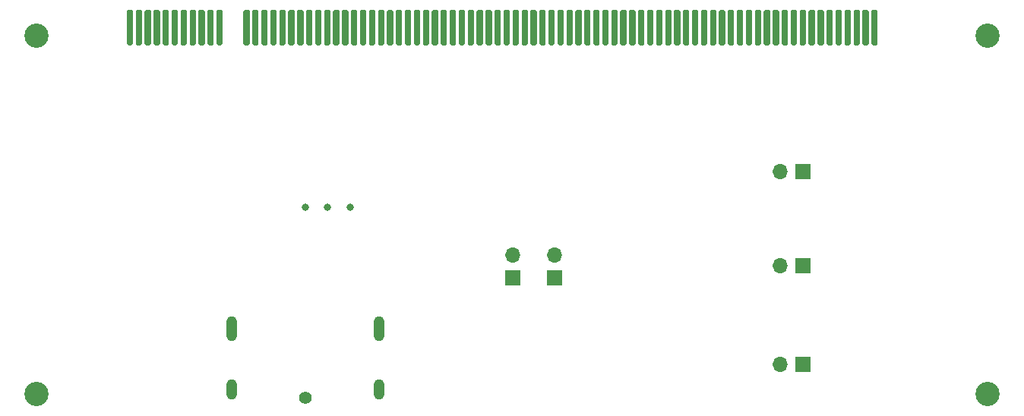
<source format=gbr>
G04 #@! TF.GenerationSoftware,KiCad,Pcbnew,(5.99.0-2858-ga3fc028c9b)*
G04 #@! TF.CreationDate,2020-08-26T16:16:25+02:00*
G04 #@! TF.ProjectId,EDSCH0002-V2-A,45445343-4830-4303-9032-2d56322d412e,V2.0*
G04 #@! TF.SameCoordinates,PX3235458PY54a6c6c*
G04 #@! TF.FileFunction,Soldermask,Bot*
G04 #@! TF.FilePolarity,Negative*
%FSLAX46Y46*%
G04 Gerber Fmt 4.6, Leading zero omitted, Abs format (unit mm)*
G04 Created by KiCad (PCBNEW (5.99.0-2858-ga3fc028c9b)) date 2020-08-26 16:16:25*
%MOMM*%
%LPD*%
G01*
G04 APERTURE LIST*
%ADD10R,1.700000X1.700000*%
%ADD11O,1.700000X1.700000*%
%ADD12C,0.800000*%
%ADD13C,1.400000*%
%ADD14O,1.200000X2.800000*%
%ADD15O,1.200000X2.300000*%
%ADD16C,2.700000*%
G04 APERTURE END LIST*
G36*
G01*
X14058000Y43051000D02*
X14058000Y46701000D01*
G75*
G02*
X14233000Y46876000I175000J0D01*
G01*
X14583000Y46876000D01*
G75*
G02*
X14758000Y46701000I0J-175000D01*
G01*
X14758000Y43051000D01*
G75*
G02*
X14583000Y42876000I-175000J0D01*
G01*
X14233000Y42876000D01*
G75*
G02*
X14058000Y43051000I0J175000D01*
G01*
G37*
G36*
G01*
X15058000Y43051000D02*
X15058000Y46701000D01*
G75*
G02*
X15233000Y46876000I175000J0D01*
G01*
X15583000Y46876000D01*
G75*
G02*
X15758000Y46701000I0J-175000D01*
G01*
X15758000Y43051000D01*
G75*
G02*
X15583000Y42876000I-175000J0D01*
G01*
X15233000Y42876000D01*
G75*
G02*
X15058000Y43051000I0J175000D01*
G01*
G37*
G36*
G01*
X16058000Y43051000D02*
X16058000Y46701000D01*
G75*
G02*
X16233000Y46876000I175000J0D01*
G01*
X16583000Y46876000D01*
G75*
G02*
X16758000Y46701000I0J-175000D01*
G01*
X16758000Y43051000D01*
G75*
G02*
X16583000Y42876000I-175000J0D01*
G01*
X16233000Y42876000D01*
G75*
G02*
X16058000Y43051000I0J175000D01*
G01*
G37*
G36*
G01*
X17058000Y43051000D02*
X17058000Y46701000D01*
G75*
G02*
X17233000Y46876000I175000J0D01*
G01*
X17583000Y46876000D01*
G75*
G02*
X17758000Y46701000I0J-175000D01*
G01*
X17758000Y43051000D01*
G75*
G02*
X17583000Y42876000I-175000J0D01*
G01*
X17233000Y42876000D01*
G75*
G02*
X17058000Y43051000I0J175000D01*
G01*
G37*
G36*
G01*
X18058000Y43051000D02*
X18058000Y46701000D01*
G75*
G02*
X18233000Y46876000I175000J0D01*
G01*
X18583000Y46876000D01*
G75*
G02*
X18758000Y46701000I0J-175000D01*
G01*
X18758000Y43051000D01*
G75*
G02*
X18583000Y42876000I-175000J0D01*
G01*
X18233000Y42876000D01*
G75*
G02*
X18058000Y43051000I0J175000D01*
G01*
G37*
G36*
G01*
X19058000Y43051000D02*
X19058000Y46701000D01*
G75*
G02*
X19233000Y46876000I175000J0D01*
G01*
X19583000Y46876000D01*
G75*
G02*
X19758000Y46701000I0J-175000D01*
G01*
X19758000Y43051000D01*
G75*
G02*
X19583000Y42876000I-175000J0D01*
G01*
X19233000Y42876000D01*
G75*
G02*
X19058000Y43051000I0J175000D01*
G01*
G37*
G36*
G01*
X20058000Y43051000D02*
X20058000Y46701000D01*
G75*
G02*
X20233000Y46876000I175000J0D01*
G01*
X20583000Y46876000D01*
G75*
G02*
X20758000Y46701000I0J-175000D01*
G01*
X20758000Y43051000D01*
G75*
G02*
X20583000Y42876000I-175000J0D01*
G01*
X20233000Y42876000D01*
G75*
G02*
X20058000Y43051000I0J175000D01*
G01*
G37*
G36*
G01*
X21058000Y43051000D02*
X21058000Y46701000D01*
G75*
G02*
X21233000Y46876000I175000J0D01*
G01*
X21583000Y46876000D01*
G75*
G02*
X21758000Y46701000I0J-175000D01*
G01*
X21758000Y43051000D01*
G75*
G02*
X21583000Y42876000I-175000J0D01*
G01*
X21233000Y42876000D01*
G75*
G02*
X21058000Y43051000I0J175000D01*
G01*
G37*
G36*
G01*
X22058000Y43051000D02*
X22058000Y46701000D01*
G75*
G02*
X22233000Y46876000I175000J0D01*
G01*
X22583000Y46876000D01*
G75*
G02*
X22758000Y46701000I0J-175000D01*
G01*
X22758000Y43051000D01*
G75*
G02*
X22583000Y42876000I-175000J0D01*
G01*
X22233000Y42876000D01*
G75*
G02*
X22058000Y43051000I0J175000D01*
G01*
G37*
G36*
G01*
X23058000Y43051000D02*
X23058000Y46701000D01*
G75*
G02*
X23233000Y46876000I175000J0D01*
G01*
X23583000Y46876000D01*
G75*
G02*
X23758000Y46701000I0J-175000D01*
G01*
X23758000Y43051000D01*
G75*
G02*
X23583000Y42876000I-175000J0D01*
G01*
X23233000Y42876000D01*
G75*
G02*
X23058000Y43051000I0J175000D01*
G01*
G37*
G36*
G01*
X24058000Y43051000D02*
X24058000Y46701000D01*
G75*
G02*
X24233000Y46876000I175000J0D01*
G01*
X24583000Y46876000D01*
G75*
G02*
X24758000Y46701000I0J-175000D01*
G01*
X24758000Y43051000D01*
G75*
G02*
X24583000Y42876000I-175000J0D01*
G01*
X24233000Y42876000D01*
G75*
G02*
X24058000Y43051000I0J175000D01*
G01*
G37*
G36*
G01*
X27058000Y43051000D02*
X27058000Y46701000D01*
G75*
G02*
X27233000Y46876000I175000J0D01*
G01*
X27583000Y46876000D01*
G75*
G02*
X27758000Y46701000I0J-175000D01*
G01*
X27758000Y43051000D01*
G75*
G02*
X27583000Y42876000I-175000J0D01*
G01*
X27233000Y42876000D01*
G75*
G02*
X27058000Y43051000I0J175000D01*
G01*
G37*
G36*
G01*
X28058000Y43051000D02*
X28058000Y46701000D01*
G75*
G02*
X28233000Y46876000I175000J0D01*
G01*
X28583000Y46876000D01*
G75*
G02*
X28758000Y46701000I0J-175000D01*
G01*
X28758000Y43051000D01*
G75*
G02*
X28583000Y42876000I-175000J0D01*
G01*
X28233000Y42876000D01*
G75*
G02*
X28058000Y43051000I0J175000D01*
G01*
G37*
G36*
G01*
X29058000Y43051000D02*
X29058000Y46701000D01*
G75*
G02*
X29233000Y46876000I175000J0D01*
G01*
X29583000Y46876000D01*
G75*
G02*
X29758000Y46701000I0J-175000D01*
G01*
X29758000Y43051000D01*
G75*
G02*
X29583000Y42876000I-175000J0D01*
G01*
X29233000Y42876000D01*
G75*
G02*
X29058000Y43051000I0J175000D01*
G01*
G37*
G36*
G01*
X30058000Y43051000D02*
X30058000Y46701000D01*
G75*
G02*
X30233000Y46876000I175000J0D01*
G01*
X30583000Y46876000D01*
G75*
G02*
X30758000Y46701000I0J-175000D01*
G01*
X30758000Y43051000D01*
G75*
G02*
X30583000Y42876000I-175000J0D01*
G01*
X30233000Y42876000D01*
G75*
G02*
X30058000Y43051000I0J175000D01*
G01*
G37*
G36*
G01*
X31058000Y43051000D02*
X31058000Y46701000D01*
G75*
G02*
X31233000Y46876000I175000J0D01*
G01*
X31583000Y46876000D01*
G75*
G02*
X31758000Y46701000I0J-175000D01*
G01*
X31758000Y43051000D01*
G75*
G02*
X31583000Y42876000I-175000J0D01*
G01*
X31233000Y42876000D01*
G75*
G02*
X31058000Y43051000I0J175000D01*
G01*
G37*
G36*
G01*
X32058000Y43051000D02*
X32058000Y46701000D01*
G75*
G02*
X32233000Y46876000I175000J0D01*
G01*
X32583000Y46876000D01*
G75*
G02*
X32758000Y46701000I0J-175000D01*
G01*
X32758000Y43051000D01*
G75*
G02*
X32583000Y42876000I-175000J0D01*
G01*
X32233000Y42876000D01*
G75*
G02*
X32058000Y43051000I0J175000D01*
G01*
G37*
G36*
G01*
X33058000Y43051000D02*
X33058000Y46701000D01*
G75*
G02*
X33233000Y46876000I175000J0D01*
G01*
X33583000Y46876000D01*
G75*
G02*
X33758000Y46701000I0J-175000D01*
G01*
X33758000Y43051000D01*
G75*
G02*
X33583000Y42876000I-175000J0D01*
G01*
X33233000Y42876000D01*
G75*
G02*
X33058000Y43051000I0J175000D01*
G01*
G37*
G36*
G01*
X34058000Y43051000D02*
X34058000Y46701000D01*
G75*
G02*
X34233000Y46876000I175000J0D01*
G01*
X34583000Y46876000D01*
G75*
G02*
X34758000Y46701000I0J-175000D01*
G01*
X34758000Y43051000D01*
G75*
G02*
X34583000Y42876000I-175000J0D01*
G01*
X34233000Y42876000D01*
G75*
G02*
X34058000Y43051000I0J175000D01*
G01*
G37*
G36*
G01*
X35058000Y43051000D02*
X35058000Y46701000D01*
G75*
G02*
X35233000Y46876000I175000J0D01*
G01*
X35583000Y46876000D01*
G75*
G02*
X35758000Y46701000I0J-175000D01*
G01*
X35758000Y43051000D01*
G75*
G02*
X35583000Y42876000I-175000J0D01*
G01*
X35233000Y42876000D01*
G75*
G02*
X35058000Y43051000I0J175000D01*
G01*
G37*
G36*
G01*
X36058000Y43051000D02*
X36058000Y46701000D01*
G75*
G02*
X36233000Y46876000I175000J0D01*
G01*
X36583000Y46876000D01*
G75*
G02*
X36758000Y46701000I0J-175000D01*
G01*
X36758000Y43051000D01*
G75*
G02*
X36583000Y42876000I-175000J0D01*
G01*
X36233000Y42876000D01*
G75*
G02*
X36058000Y43051000I0J175000D01*
G01*
G37*
G36*
G01*
X37058000Y43051000D02*
X37058000Y46701000D01*
G75*
G02*
X37233000Y46876000I175000J0D01*
G01*
X37583000Y46876000D01*
G75*
G02*
X37758000Y46701000I0J-175000D01*
G01*
X37758000Y43051000D01*
G75*
G02*
X37583000Y42876000I-175000J0D01*
G01*
X37233000Y42876000D01*
G75*
G02*
X37058000Y43051000I0J175000D01*
G01*
G37*
G36*
G01*
X38058000Y43051000D02*
X38058000Y46701000D01*
G75*
G02*
X38233000Y46876000I175000J0D01*
G01*
X38583000Y46876000D01*
G75*
G02*
X38758000Y46701000I0J-175000D01*
G01*
X38758000Y43051000D01*
G75*
G02*
X38583000Y42876000I-175000J0D01*
G01*
X38233000Y42876000D01*
G75*
G02*
X38058000Y43051000I0J175000D01*
G01*
G37*
G36*
G01*
X39058000Y43051000D02*
X39058000Y46701000D01*
G75*
G02*
X39233000Y46876000I175000J0D01*
G01*
X39583000Y46876000D01*
G75*
G02*
X39758000Y46701000I0J-175000D01*
G01*
X39758000Y43051000D01*
G75*
G02*
X39583000Y42876000I-175000J0D01*
G01*
X39233000Y42876000D01*
G75*
G02*
X39058000Y43051000I0J175000D01*
G01*
G37*
G36*
G01*
X40058000Y43051000D02*
X40058000Y46701000D01*
G75*
G02*
X40233000Y46876000I175000J0D01*
G01*
X40583000Y46876000D01*
G75*
G02*
X40758000Y46701000I0J-175000D01*
G01*
X40758000Y43051000D01*
G75*
G02*
X40583000Y42876000I-175000J0D01*
G01*
X40233000Y42876000D01*
G75*
G02*
X40058000Y43051000I0J175000D01*
G01*
G37*
G36*
G01*
X41058000Y43051000D02*
X41058000Y46701000D01*
G75*
G02*
X41233000Y46876000I175000J0D01*
G01*
X41583000Y46876000D01*
G75*
G02*
X41758000Y46701000I0J-175000D01*
G01*
X41758000Y43051000D01*
G75*
G02*
X41583000Y42876000I-175000J0D01*
G01*
X41233000Y42876000D01*
G75*
G02*
X41058000Y43051000I0J175000D01*
G01*
G37*
G36*
G01*
X42058000Y43051000D02*
X42058000Y46701000D01*
G75*
G02*
X42233000Y46876000I175000J0D01*
G01*
X42583000Y46876000D01*
G75*
G02*
X42758000Y46701000I0J-175000D01*
G01*
X42758000Y43051000D01*
G75*
G02*
X42583000Y42876000I-175000J0D01*
G01*
X42233000Y42876000D01*
G75*
G02*
X42058000Y43051000I0J175000D01*
G01*
G37*
G36*
G01*
X43058000Y43051000D02*
X43058000Y46701000D01*
G75*
G02*
X43233000Y46876000I175000J0D01*
G01*
X43583000Y46876000D01*
G75*
G02*
X43758000Y46701000I0J-175000D01*
G01*
X43758000Y43051000D01*
G75*
G02*
X43583000Y42876000I-175000J0D01*
G01*
X43233000Y42876000D01*
G75*
G02*
X43058000Y43051000I0J175000D01*
G01*
G37*
G36*
G01*
X44058000Y43051000D02*
X44058000Y46701000D01*
G75*
G02*
X44233000Y46876000I175000J0D01*
G01*
X44583000Y46876000D01*
G75*
G02*
X44758000Y46701000I0J-175000D01*
G01*
X44758000Y43051000D01*
G75*
G02*
X44583000Y42876000I-175000J0D01*
G01*
X44233000Y42876000D01*
G75*
G02*
X44058000Y43051000I0J175000D01*
G01*
G37*
G36*
G01*
X45058000Y43051000D02*
X45058000Y46701000D01*
G75*
G02*
X45233000Y46876000I175000J0D01*
G01*
X45583000Y46876000D01*
G75*
G02*
X45758000Y46701000I0J-175000D01*
G01*
X45758000Y43051000D01*
G75*
G02*
X45583000Y42876000I-175000J0D01*
G01*
X45233000Y42876000D01*
G75*
G02*
X45058000Y43051000I0J175000D01*
G01*
G37*
G36*
G01*
X46058000Y43051000D02*
X46058000Y46701000D01*
G75*
G02*
X46233000Y46876000I175000J0D01*
G01*
X46583000Y46876000D01*
G75*
G02*
X46758000Y46701000I0J-175000D01*
G01*
X46758000Y43051000D01*
G75*
G02*
X46583000Y42876000I-175000J0D01*
G01*
X46233000Y42876000D01*
G75*
G02*
X46058000Y43051000I0J175000D01*
G01*
G37*
G36*
G01*
X47058000Y43051000D02*
X47058000Y46701000D01*
G75*
G02*
X47233000Y46876000I175000J0D01*
G01*
X47583000Y46876000D01*
G75*
G02*
X47758000Y46701000I0J-175000D01*
G01*
X47758000Y43051000D01*
G75*
G02*
X47583000Y42876000I-175000J0D01*
G01*
X47233000Y42876000D01*
G75*
G02*
X47058000Y43051000I0J175000D01*
G01*
G37*
G36*
G01*
X48058000Y43051000D02*
X48058000Y46701000D01*
G75*
G02*
X48233000Y46876000I175000J0D01*
G01*
X48583000Y46876000D01*
G75*
G02*
X48758000Y46701000I0J-175000D01*
G01*
X48758000Y43051000D01*
G75*
G02*
X48583000Y42876000I-175000J0D01*
G01*
X48233000Y42876000D01*
G75*
G02*
X48058000Y43051000I0J175000D01*
G01*
G37*
G36*
G01*
X49058000Y43051000D02*
X49058000Y46701000D01*
G75*
G02*
X49233000Y46876000I175000J0D01*
G01*
X49583000Y46876000D01*
G75*
G02*
X49758000Y46701000I0J-175000D01*
G01*
X49758000Y43051000D01*
G75*
G02*
X49583000Y42876000I-175000J0D01*
G01*
X49233000Y42876000D01*
G75*
G02*
X49058000Y43051000I0J175000D01*
G01*
G37*
G36*
G01*
X50058000Y43051000D02*
X50058000Y46701000D01*
G75*
G02*
X50233000Y46876000I175000J0D01*
G01*
X50583000Y46876000D01*
G75*
G02*
X50758000Y46701000I0J-175000D01*
G01*
X50758000Y43051000D01*
G75*
G02*
X50583000Y42876000I-175000J0D01*
G01*
X50233000Y42876000D01*
G75*
G02*
X50058000Y43051000I0J175000D01*
G01*
G37*
G36*
G01*
X51058000Y43051000D02*
X51058000Y46701000D01*
G75*
G02*
X51233000Y46876000I175000J0D01*
G01*
X51583000Y46876000D01*
G75*
G02*
X51758000Y46701000I0J-175000D01*
G01*
X51758000Y43051000D01*
G75*
G02*
X51583000Y42876000I-175000J0D01*
G01*
X51233000Y42876000D01*
G75*
G02*
X51058000Y43051000I0J175000D01*
G01*
G37*
G36*
G01*
X52058000Y43051000D02*
X52058000Y46701000D01*
G75*
G02*
X52233000Y46876000I175000J0D01*
G01*
X52583000Y46876000D01*
G75*
G02*
X52758000Y46701000I0J-175000D01*
G01*
X52758000Y43051000D01*
G75*
G02*
X52583000Y42876000I-175000J0D01*
G01*
X52233000Y42876000D01*
G75*
G02*
X52058000Y43051000I0J175000D01*
G01*
G37*
G36*
G01*
X53058000Y43051000D02*
X53058000Y46701000D01*
G75*
G02*
X53233000Y46876000I175000J0D01*
G01*
X53583000Y46876000D01*
G75*
G02*
X53758000Y46701000I0J-175000D01*
G01*
X53758000Y43051000D01*
G75*
G02*
X53583000Y42876000I-175000J0D01*
G01*
X53233000Y42876000D01*
G75*
G02*
X53058000Y43051000I0J175000D01*
G01*
G37*
G36*
G01*
X54058000Y43051000D02*
X54058000Y46701000D01*
G75*
G02*
X54233000Y46876000I175000J0D01*
G01*
X54583000Y46876000D01*
G75*
G02*
X54758000Y46701000I0J-175000D01*
G01*
X54758000Y43051000D01*
G75*
G02*
X54583000Y42876000I-175000J0D01*
G01*
X54233000Y42876000D01*
G75*
G02*
X54058000Y43051000I0J175000D01*
G01*
G37*
G36*
G01*
X55058000Y43051000D02*
X55058000Y46701000D01*
G75*
G02*
X55233000Y46876000I175000J0D01*
G01*
X55583000Y46876000D01*
G75*
G02*
X55758000Y46701000I0J-175000D01*
G01*
X55758000Y43051000D01*
G75*
G02*
X55583000Y42876000I-175000J0D01*
G01*
X55233000Y42876000D01*
G75*
G02*
X55058000Y43051000I0J175000D01*
G01*
G37*
G36*
G01*
X56058000Y43051000D02*
X56058000Y46701000D01*
G75*
G02*
X56233000Y46876000I175000J0D01*
G01*
X56583000Y46876000D01*
G75*
G02*
X56758000Y46701000I0J-175000D01*
G01*
X56758000Y43051000D01*
G75*
G02*
X56583000Y42876000I-175000J0D01*
G01*
X56233000Y42876000D01*
G75*
G02*
X56058000Y43051000I0J175000D01*
G01*
G37*
G36*
G01*
X57058000Y43051000D02*
X57058000Y46701000D01*
G75*
G02*
X57233000Y46876000I175000J0D01*
G01*
X57583000Y46876000D01*
G75*
G02*
X57758000Y46701000I0J-175000D01*
G01*
X57758000Y43051000D01*
G75*
G02*
X57583000Y42876000I-175000J0D01*
G01*
X57233000Y42876000D01*
G75*
G02*
X57058000Y43051000I0J175000D01*
G01*
G37*
G36*
G01*
X58058000Y43051000D02*
X58058000Y46701000D01*
G75*
G02*
X58233000Y46876000I175000J0D01*
G01*
X58583000Y46876000D01*
G75*
G02*
X58758000Y46701000I0J-175000D01*
G01*
X58758000Y43051000D01*
G75*
G02*
X58583000Y42876000I-175000J0D01*
G01*
X58233000Y42876000D01*
G75*
G02*
X58058000Y43051000I0J175000D01*
G01*
G37*
G36*
G01*
X59058000Y43051000D02*
X59058000Y46701000D01*
G75*
G02*
X59233000Y46876000I175000J0D01*
G01*
X59583000Y46876000D01*
G75*
G02*
X59758000Y46701000I0J-175000D01*
G01*
X59758000Y43051000D01*
G75*
G02*
X59583000Y42876000I-175000J0D01*
G01*
X59233000Y42876000D01*
G75*
G02*
X59058000Y43051000I0J175000D01*
G01*
G37*
G36*
G01*
X60058000Y43051000D02*
X60058000Y46701000D01*
G75*
G02*
X60233000Y46876000I175000J0D01*
G01*
X60583000Y46876000D01*
G75*
G02*
X60758000Y46701000I0J-175000D01*
G01*
X60758000Y43051000D01*
G75*
G02*
X60583000Y42876000I-175000J0D01*
G01*
X60233000Y42876000D01*
G75*
G02*
X60058000Y43051000I0J175000D01*
G01*
G37*
G36*
G01*
X61058000Y43051000D02*
X61058000Y46701000D01*
G75*
G02*
X61233000Y46876000I175000J0D01*
G01*
X61583000Y46876000D01*
G75*
G02*
X61758000Y46701000I0J-175000D01*
G01*
X61758000Y43051000D01*
G75*
G02*
X61583000Y42876000I-175000J0D01*
G01*
X61233000Y42876000D01*
G75*
G02*
X61058000Y43051000I0J175000D01*
G01*
G37*
G36*
G01*
X62058000Y43051000D02*
X62058000Y46701000D01*
G75*
G02*
X62233000Y46876000I175000J0D01*
G01*
X62583000Y46876000D01*
G75*
G02*
X62758000Y46701000I0J-175000D01*
G01*
X62758000Y43051000D01*
G75*
G02*
X62583000Y42876000I-175000J0D01*
G01*
X62233000Y42876000D01*
G75*
G02*
X62058000Y43051000I0J175000D01*
G01*
G37*
G36*
G01*
X63058000Y43051000D02*
X63058000Y46701000D01*
G75*
G02*
X63233000Y46876000I175000J0D01*
G01*
X63583000Y46876000D01*
G75*
G02*
X63758000Y46701000I0J-175000D01*
G01*
X63758000Y43051000D01*
G75*
G02*
X63583000Y42876000I-175000J0D01*
G01*
X63233000Y42876000D01*
G75*
G02*
X63058000Y43051000I0J175000D01*
G01*
G37*
G36*
G01*
X64058000Y43051000D02*
X64058000Y46701000D01*
G75*
G02*
X64233000Y46876000I175000J0D01*
G01*
X64583000Y46876000D01*
G75*
G02*
X64758000Y46701000I0J-175000D01*
G01*
X64758000Y43051000D01*
G75*
G02*
X64583000Y42876000I-175000J0D01*
G01*
X64233000Y42876000D01*
G75*
G02*
X64058000Y43051000I0J175000D01*
G01*
G37*
G36*
G01*
X65058000Y43051000D02*
X65058000Y46701000D01*
G75*
G02*
X65233000Y46876000I175000J0D01*
G01*
X65583000Y46876000D01*
G75*
G02*
X65758000Y46701000I0J-175000D01*
G01*
X65758000Y43051000D01*
G75*
G02*
X65583000Y42876000I-175000J0D01*
G01*
X65233000Y42876000D01*
G75*
G02*
X65058000Y43051000I0J175000D01*
G01*
G37*
G36*
G01*
X66058000Y43051000D02*
X66058000Y46701000D01*
G75*
G02*
X66233000Y46876000I175000J0D01*
G01*
X66583000Y46876000D01*
G75*
G02*
X66758000Y46701000I0J-175000D01*
G01*
X66758000Y43051000D01*
G75*
G02*
X66583000Y42876000I-175000J0D01*
G01*
X66233000Y42876000D01*
G75*
G02*
X66058000Y43051000I0J175000D01*
G01*
G37*
G36*
G01*
X67058000Y43051000D02*
X67058000Y46701000D01*
G75*
G02*
X67233000Y46876000I175000J0D01*
G01*
X67583000Y46876000D01*
G75*
G02*
X67758000Y46701000I0J-175000D01*
G01*
X67758000Y43051000D01*
G75*
G02*
X67583000Y42876000I-175000J0D01*
G01*
X67233000Y42876000D01*
G75*
G02*
X67058000Y43051000I0J175000D01*
G01*
G37*
G36*
G01*
X68058000Y43051000D02*
X68058000Y46701000D01*
G75*
G02*
X68233000Y46876000I175000J0D01*
G01*
X68583000Y46876000D01*
G75*
G02*
X68758000Y46701000I0J-175000D01*
G01*
X68758000Y43051000D01*
G75*
G02*
X68583000Y42876000I-175000J0D01*
G01*
X68233000Y42876000D01*
G75*
G02*
X68058000Y43051000I0J175000D01*
G01*
G37*
G36*
G01*
X69058000Y43051000D02*
X69058000Y46701000D01*
G75*
G02*
X69233000Y46876000I175000J0D01*
G01*
X69583000Y46876000D01*
G75*
G02*
X69758000Y46701000I0J-175000D01*
G01*
X69758000Y43051000D01*
G75*
G02*
X69583000Y42876000I-175000J0D01*
G01*
X69233000Y42876000D01*
G75*
G02*
X69058000Y43051000I0J175000D01*
G01*
G37*
G36*
G01*
X70058000Y43051000D02*
X70058000Y46701000D01*
G75*
G02*
X70233000Y46876000I175000J0D01*
G01*
X70583000Y46876000D01*
G75*
G02*
X70758000Y46701000I0J-175000D01*
G01*
X70758000Y43051000D01*
G75*
G02*
X70583000Y42876000I-175000J0D01*
G01*
X70233000Y42876000D01*
G75*
G02*
X70058000Y43051000I0J175000D01*
G01*
G37*
G36*
G01*
X71058000Y43051000D02*
X71058000Y46701000D01*
G75*
G02*
X71233000Y46876000I175000J0D01*
G01*
X71583000Y46876000D01*
G75*
G02*
X71758000Y46701000I0J-175000D01*
G01*
X71758000Y43051000D01*
G75*
G02*
X71583000Y42876000I-175000J0D01*
G01*
X71233000Y42876000D01*
G75*
G02*
X71058000Y43051000I0J175000D01*
G01*
G37*
G36*
G01*
X72058000Y43051000D02*
X72058000Y46701000D01*
G75*
G02*
X72233000Y46876000I175000J0D01*
G01*
X72583000Y46876000D01*
G75*
G02*
X72758000Y46701000I0J-175000D01*
G01*
X72758000Y43051000D01*
G75*
G02*
X72583000Y42876000I-175000J0D01*
G01*
X72233000Y42876000D01*
G75*
G02*
X72058000Y43051000I0J175000D01*
G01*
G37*
G36*
G01*
X73058000Y43051000D02*
X73058000Y46701000D01*
G75*
G02*
X73233000Y46876000I175000J0D01*
G01*
X73583000Y46876000D01*
G75*
G02*
X73758000Y46701000I0J-175000D01*
G01*
X73758000Y43051000D01*
G75*
G02*
X73583000Y42876000I-175000J0D01*
G01*
X73233000Y42876000D01*
G75*
G02*
X73058000Y43051000I0J175000D01*
G01*
G37*
G36*
G01*
X74058000Y43051000D02*
X74058000Y46701000D01*
G75*
G02*
X74233000Y46876000I175000J0D01*
G01*
X74583000Y46876000D01*
G75*
G02*
X74758000Y46701000I0J-175000D01*
G01*
X74758000Y43051000D01*
G75*
G02*
X74583000Y42876000I-175000J0D01*
G01*
X74233000Y42876000D01*
G75*
G02*
X74058000Y43051000I0J175000D01*
G01*
G37*
G36*
G01*
X75058000Y43051000D02*
X75058000Y46701000D01*
G75*
G02*
X75233000Y46876000I175000J0D01*
G01*
X75583000Y46876000D01*
G75*
G02*
X75758000Y46701000I0J-175000D01*
G01*
X75758000Y43051000D01*
G75*
G02*
X75583000Y42876000I-175000J0D01*
G01*
X75233000Y42876000D01*
G75*
G02*
X75058000Y43051000I0J175000D01*
G01*
G37*
G36*
G01*
X76058000Y43051000D02*
X76058000Y46701000D01*
G75*
G02*
X76233000Y46876000I175000J0D01*
G01*
X76583000Y46876000D01*
G75*
G02*
X76758000Y46701000I0J-175000D01*
G01*
X76758000Y43051000D01*
G75*
G02*
X76583000Y42876000I-175000J0D01*
G01*
X76233000Y42876000D01*
G75*
G02*
X76058000Y43051000I0J175000D01*
G01*
G37*
G36*
G01*
X77058000Y43051000D02*
X77058000Y46701000D01*
G75*
G02*
X77233000Y46876000I175000J0D01*
G01*
X77583000Y46876000D01*
G75*
G02*
X77758000Y46701000I0J-175000D01*
G01*
X77758000Y43051000D01*
G75*
G02*
X77583000Y42876000I-175000J0D01*
G01*
X77233000Y42876000D01*
G75*
G02*
X77058000Y43051000I0J175000D01*
G01*
G37*
G36*
G01*
X78058000Y43051000D02*
X78058000Y46701000D01*
G75*
G02*
X78233000Y46876000I175000J0D01*
G01*
X78583000Y46876000D01*
G75*
G02*
X78758000Y46701000I0J-175000D01*
G01*
X78758000Y43051000D01*
G75*
G02*
X78583000Y42876000I-175000J0D01*
G01*
X78233000Y42876000D01*
G75*
G02*
X78058000Y43051000I0J175000D01*
G01*
G37*
G36*
G01*
X79058000Y43051000D02*
X79058000Y46701000D01*
G75*
G02*
X79233000Y46876000I175000J0D01*
G01*
X79583000Y46876000D01*
G75*
G02*
X79758000Y46701000I0J-175000D01*
G01*
X79758000Y43051000D01*
G75*
G02*
X79583000Y42876000I-175000J0D01*
G01*
X79233000Y42876000D01*
G75*
G02*
X79058000Y43051000I0J175000D01*
G01*
G37*
G36*
G01*
X80058000Y43051000D02*
X80058000Y46701000D01*
G75*
G02*
X80233000Y46876000I175000J0D01*
G01*
X80583000Y46876000D01*
G75*
G02*
X80758000Y46701000I0J-175000D01*
G01*
X80758000Y43051000D01*
G75*
G02*
X80583000Y42876000I-175000J0D01*
G01*
X80233000Y42876000D01*
G75*
G02*
X80058000Y43051000I0J175000D01*
G01*
G37*
G36*
G01*
X81058000Y43051000D02*
X81058000Y46701000D01*
G75*
G02*
X81233000Y46876000I175000J0D01*
G01*
X81583000Y46876000D01*
G75*
G02*
X81758000Y46701000I0J-175000D01*
G01*
X81758000Y43051000D01*
G75*
G02*
X81583000Y42876000I-175000J0D01*
G01*
X81233000Y42876000D01*
G75*
G02*
X81058000Y43051000I0J175000D01*
G01*
G37*
G36*
G01*
X82058000Y43051000D02*
X82058000Y46701000D01*
G75*
G02*
X82233000Y46876000I175000J0D01*
G01*
X82583000Y46876000D01*
G75*
G02*
X82758000Y46701000I0J-175000D01*
G01*
X82758000Y43051000D01*
G75*
G02*
X82583000Y42876000I-175000J0D01*
G01*
X82233000Y42876000D01*
G75*
G02*
X82058000Y43051000I0J175000D01*
G01*
G37*
G36*
G01*
X83058000Y43051000D02*
X83058000Y46701000D01*
G75*
G02*
X83233000Y46876000I175000J0D01*
G01*
X83583000Y46876000D01*
G75*
G02*
X83758000Y46701000I0J-175000D01*
G01*
X83758000Y43051000D01*
G75*
G02*
X83583000Y42876000I-175000J0D01*
G01*
X83233000Y42876000D01*
G75*
G02*
X83058000Y43051000I0J175000D01*
G01*
G37*
G36*
G01*
X84058000Y43051000D02*
X84058000Y46701000D01*
G75*
G02*
X84233000Y46876000I175000J0D01*
G01*
X84583000Y46876000D01*
G75*
G02*
X84758000Y46701000I0J-175000D01*
G01*
X84758000Y43051000D01*
G75*
G02*
X84583000Y42876000I-175000J0D01*
G01*
X84233000Y42876000D01*
G75*
G02*
X84058000Y43051000I0J175000D01*
G01*
G37*
G36*
G01*
X85058000Y43051000D02*
X85058000Y46701000D01*
G75*
G02*
X85233000Y46876000I175000J0D01*
G01*
X85583000Y46876000D01*
G75*
G02*
X85758000Y46701000I0J-175000D01*
G01*
X85758000Y43051000D01*
G75*
G02*
X85583000Y42876000I-175000J0D01*
G01*
X85233000Y42876000D01*
G75*
G02*
X85058000Y43051000I0J175000D01*
G01*
G37*
G36*
G01*
X86058000Y43051000D02*
X86058000Y46701000D01*
G75*
G02*
X86233000Y46876000I175000J0D01*
G01*
X86583000Y46876000D01*
G75*
G02*
X86758000Y46701000I0J-175000D01*
G01*
X86758000Y43051000D01*
G75*
G02*
X86583000Y42876000I-175000J0D01*
G01*
X86233000Y42876000D01*
G75*
G02*
X86058000Y43051000I0J175000D01*
G01*
G37*
G36*
G01*
X87058000Y43051000D02*
X87058000Y46701000D01*
G75*
G02*
X87233000Y46876000I175000J0D01*
G01*
X87583000Y46876000D01*
G75*
G02*
X87758000Y46701000I0J-175000D01*
G01*
X87758000Y43051000D01*
G75*
G02*
X87583000Y42876000I-175000J0D01*
G01*
X87233000Y42876000D01*
G75*
G02*
X87058000Y43051000I0J175000D01*
G01*
G37*
G36*
G01*
X88058000Y43051000D02*
X88058000Y46701000D01*
G75*
G02*
X88233000Y46876000I175000J0D01*
G01*
X88583000Y46876000D01*
G75*
G02*
X88758000Y46701000I0J-175000D01*
G01*
X88758000Y43051000D01*
G75*
G02*
X88583000Y42876000I-175000J0D01*
G01*
X88233000Y42876000D01*
G75*
G02*
X88058000Y43051000I0J175000D01*
G01*
G37*
G36*
G01*
X89058000Y43051000D02*
X89058000Y46701000D01*
G75*
G02*
X89233000Y46876000I175000J0D01*
G01*
X89583000Y46876000D01*
G75*
G02*
X89758000Y46701000I0J-175000D01*
G01*
X89758000Y43051000D01*
G75*
G02*
X89583000Y42876000I-175000J0D01*
G01*
X89233000Y42876000D01*
G75*
G02*
X89058000Y43051000I0J175000D01*
G01*
G37*
G36*
G01*
X90058000Y43051000D02*
X90058000Y46701000D01*
G75*
G02*
X90233000Y46876000I175000J0D01*
G01*
X90583000Y46876000D01*
G75*
G02*
X90758000Y46701000I0J-175000D01*
G01*
X90758000Y43051000D01*
G75*
G02*
X90583000Y42876000I-175000J0D01*
G01*
X90233000Y42876000D01*
G75*
G02*
X90058000Y43051000I0J175000D01*
G01*
G37*
G36*
G01*
X91058000Y43051000D02*
X91058000Y46701000D01*
G75*
G02*
X91233000Y46876000I175000J0D01*
G01*
X91583000Y46876000D01*
G75*
G02*
X91758000Y46701000I0J-175000D01*
G01*
X91758000Y43051000D01*
G75*
G02*
X91583000Y42876000I-175000J0D01*
G01*
X91233000Y42876000D01*
G75*
G02*
X91058000Y43051000I0J175000D01*
G01*
G37*
G36*
G01*
X92058000Y43051000D02*
X92058000Y46701000D01*
G75*
G02*
X92233000Y46876000I175000J0D01*
G01*
X92583000Y46876000D01*
G75*
G02*
X92758000Y46701000I0J-175000D01*
G01*
X92758000Y43051000D01*
G75*
G02*
X92583000Y42876000I-175000J0D01*
G01*
X92233000Y42876000D01*
G75*
G02*
X92058000Y43051000I0J175000D01*
G01*
G37*
G36*
G01*
X93058000Y43051000D02*
X93058000Y46701000D01*
G75*
G02*
X93233000Y46876000I175000J0D01*
G01*
X93583000Y46876000D01*
G75*
G02*
X93758000Y46701000I0J-175000D01*
G01*
X93758000Y43051000D01*
G75*
G02*
X93583000Y42876000I-175000J0D01*
G01*
X93233000Y42876000D01*
G75*
G02*
X93058000Y43051000I0J175000D01*
G01*
G37*
G36*
G01*
X94058000Y43051000D02*
X94058000Y46701000D01*
G75*
G02*
X94233000Y46876000I175000J0D01*
G01*
X94583000Y46876000D01*
G75*
G02*
X94758000Y46701000I0J-175000D01*
G01*
X94758000Y43051000D01*
G75*
G02*
X94583000Y42876000I-175000J0D01*
G01*
X94233000Y42876000D01*
G75*
G02*
X94058000Y43051000I0J175000D01*
G01*
G37*
G36*
G01*
X95058000Y43051000D02*
X95058000Y46701000D01*
G75*
G02*
X95233000Y46876000I175000J0D01*
G01*
X95583000Y46876000D01*
G75*
G02*
X95758000Y46701000I0J-175000D01*
G01*
X95758000Y43051000D01*
G75*
G02*
X95583000Y42876000I-175000J0D01*
G01*
X95233000Y42876000D01*
G75*
G02*
X95058000Y43051000I0J175000D01*
G01*
G37*
G36*
G01*
X96058000Y43051000D02*
X96058000Y46701000D01*
G75*
G02*
X96233000Y46876000I175000J0D01*
G01*
X96583000Y46876000D01*
G75*
G02*
X96758000Y46701000I0J-175000D01*
G01*
X96758000Y43051000D01*
G75*
G02*
X96583000Y42876000I-175000J0D01*
G01*
X96233000Y42876000D01*
G75*
G02*
X96058000Y43051000I0J175000D01*
G01*
G37*
G36*
G01*
X97058000Y43051000D02*
X97058000Y46701000D01*
G75*
G02*
X97233000Y46876000I175000J0D01*
G01*
X97583000Y46876000D01*
G75*
G02*
X97758000Y46701000I0J-175000D01*
G01*
X97758000Y43051000D01*
G75*
G02*
X97583000Y42876000I-175000J0D01*
G01*
X97233000Y42876000D01*
G75*
G02*
X97058000Y43051000I0J175000D01*
G01*
G37*
D10*
X89465000Y7290000D03*
D11*
X86925000Y7290000D03*
D10*
X89465000Y18287000D03*
D11*
X86925000Y18287000D03*
D10*
X89465000Y28776000D03*
D11*
X86925000Y28776000D03*
D10*
X61730000Y16942000D03*
D11*
X61730000Y19482000D03*
D12*
X38927000Y24794000D03*
X36427000Y24794000D03*
X33927000Y24794000D03*
D13*
X33968800Y3581600D03*
D14*
X25718800Y11261600D03*
D15*
X25718800Y4481600D03*
X42218800Y4481600D03*
D14*
X42218800Y11261600D03*
D16*
X4000000Y44000000D03*
X4000000Y4000000D03*
X110000000Y4000000D03*
X110000000Y44000000D03*
D10*
X57080000Y16942000D03*
D11*
X57080000Y19482000D03*
M02*

</source>
